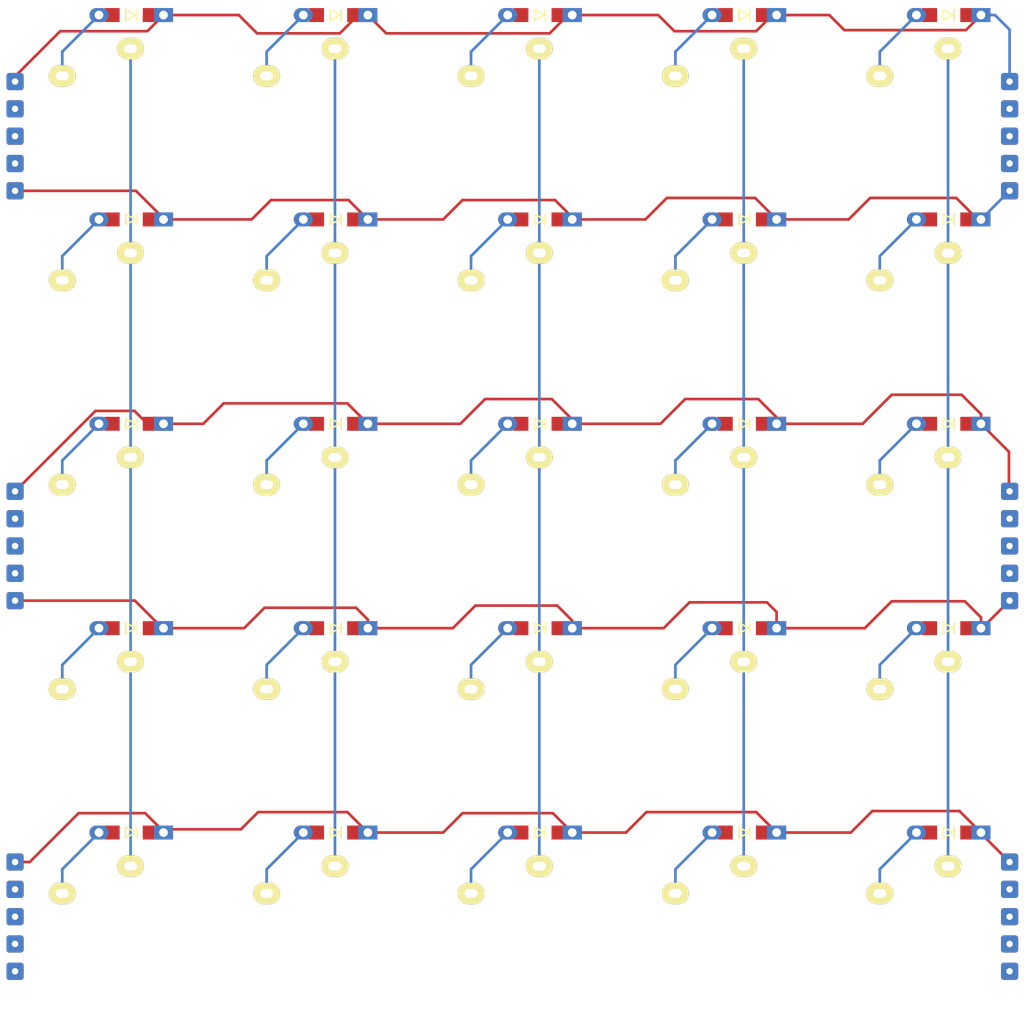
<source format=kicad_pcb>
(kicad_pcb (version 20211014) (generator pcbnew)
  (layers (0 "F.Cu" signal) (31 "B.Cu" signal) (34 "B.Paste" user) (35 "F.Paste" user) (36 "B.SilkS" user "B.Silkscreen") (37 "F.SilkS" user "F.Silkscreen") (38 "B.Mask" user) (39 "F.Mask" user) (44 "Edge.Cuts" user))
  (net 0 "")
  (net 1 "col1")
  (net 2 "col2")
  (net 3 "col3")
  (net 4 "col4")
  (net 5 "col5")
  (net 6 "row2")
  (net 7 "row3")
  (net 8 "row4")
  (net 9 "row5")
  (footprint "kbd:D3_TH_SMD_v2" (layer "F.Cu") (at 140.3 118.7 180)
    (fp_text reference "D57" hide)
    (fp_text value "D" hide)
  )
  (footprint "kbd:CherryMX_1u" (layer "F.Cu") (at 61.7 88.9)
    (fp_text reference "SW16" hide)
    (fp_text value "SW_PUSH" hide)
  )
  (footprint "Connector_Wire:SolderWire-0.1sqmm_1x01_D0.4mm_OD1mm" (layer "F.Cu") (at 53.5 86.98)
    (fp_text reference "REFr5" hide)
    (fp_text value "SolderWire-0.1sqmm_1x01_D0.4mm_OD1mm" hide)
  )
  (footprint "kbd:CherryMX_1u" (layer "F.Cu") (at 80.7 50.9)
    (fp_text reference "SW7" hide)
    (fp_text value "SW_PUSH" hide)
  )
  (footprint "kbd:D3_TH_SMD_v2" (layer "F.Cu") (at 102.3 99.7 180)
    (fp_text reference "D50" hide)
    (fp_text value "D" hide)
  )
  (footprint "kbd:D3_TH_SMD_v2" (layer "F.Cu") (at 140.3 99.7 180)
    (fp_text reference "D52" hide)
    (fp_text value "D" hide)
  )
  (footprint "kbd:CherryMX_1u" (layer "F.Cu") (at 118.7 88.9)
    (fp_text reference "SW19" hide)
    (fp_text value "SW_PUSH" hide)
  )
  (footprint "Connector_Wire:SolderWire-0.1sqmm_1x01_D0.4mm_OD1mm" (layer "F.Cu") (at 145.96 131.6)
    (fp_text reference "REFr14" hide)
    (fp_text value "SolderWire-0.1sqmm_1x01_D0.4mm_OD1mm" hide)
  )
  (footprint "Connector_Wire:SolderWire-0.1sqmm_1x01_D0.4mm_OD1mm" (layer "F.Cu") (at 53.5 53.96)
    (fp_text reference "REFr2" hide)
    (fp_text value "SolderWire-0.1sqmm_1x01_D0.4mm_OD1mm" hide)
  )
  (footprint "Connector_Wire:SolderWire-0.1sqmm_1x01_D0.4mm_OD1mm" (layer "F.Cu") (at 145.96 126.52)
    (fp_text reference "REFr12" hide)
    (fp_text value "SolderWire-0.1sqmm_1x01_D0.4mm_OD1mm" hide)
  )
  (footprint "Connector_Wire:SolderWire-0.1sqmm_1x01_D0.4mm_OD1mm" (layer "F.Cu") (at 53.5 121.44)
    (fp_text reference "REFr5" hide)
    (fp_text value "SolderWire-0.1sqmm_1x01_D0.4mm_OD1mm" hide)
  )
  (footprint "kbd:CherryMX_1u" (layer "F.Cu") (at 61.7 50.9)
    (fp_text reference "SW6" hide)
    (fp_text value "SW_PUSH" hide)
  )
  (footprint "kbd:D3_TH_SMD_v2" (layer "F.Cu") (at 140.3 80.7 180)
    (fp_text reference "D47" hide)
    (fp_text value "D" hide)
  )
  (footprint "Connector_Wire:SolderWire-0.1sqmm_1x01_D0.4mm_OD1mm" (layer "F.Cu") (at 145.96 86.98)
    (fp_text reference "REFr10" hide)
    (fp_text value "SolderWire-0.1sqmm_1x01_D0.4mm_OD1mm" hide)
  )
  (footprint "kbd:D3_TH_SMD_v2" (layer "F.Cu") (at 64.3 80.7 180)
    (fp_text reference "D43" hide)
    (fp_text value "D" hide)
  )
  (footprint "Connector_Wire:SolderWire-0.1sqmm_1x01_D0.4mm_OD1mm" (layer "F.Cu") (at 53.5 48.88)
    (fp_text reference "REFr" hide)
    (fp_text value "SolderWire-0.1sqmm_1x01_D0.4mm_OD1mm" hide)
  )
  (footprint "kbd:D3_TH_SMD_v2" (layer "F.Cu") (at 102.3 42.7 180)
    (fp_text reference "D35" hide)
    (fp_text value "D" hide)
  )
  (footprint "Connector_Wire:SolderWire-0.1sqmm_1x01_D0.4mm_OD1mm" (layer "F.Cu") (at 145.96 121.44)
    (fp_text reference "REFr10" hide)
    (fp_text value "SolderWire-0.1sqmm_1x01_D0.4mm_OD1mm" hide)
  )
  (footprint "kbd:CherryMX_1u" (layer "F.Cu") (at 99.7 50.9)
    (fp_text reference "SW8" hide)
    (fp_text value "SW_PUSH" hide)
  )
  (footprint "kbd:CherryMX_1u" (layer "F.Cu") (at 137.7 107.9)
    (fp_text reference "SW25" hide)
    (fp_text value "SW_PUSH" hide)
  )
  (footprint "kbd:D3_TH_SMD_v2" (layer "F.Cu") (at 64.3 99.7 180)
    (fp_text reference "D48" hide)
    (fp_text value "D" hide)
  )
  (footprint "kbd:D3_TH_SMD_v2" (layer "F.Cu") (at 64.3 42.7 180)
    (fp_text reference "D33" hide)
    (fp_text value "D" hide)
  )
  (footprint "kbd:D3_TH_SMD_v2" (layer "F.Cu") (at 64.3 118.7 180)
    (fp_text reference "D53" hide)
    (fp_text value "D" hide)
  )
  (footprint "kbd:CherryMX_1u" (layer "F.Cu") (at 118.7 50.9)
    (fp_text reference "SW9" hide)
    (fp_text value "SW_PUSH" hide)
  )
  (footprint "Connector_Wire:SolderWire-0.1sqmm_1x01_D0.4mm_OD1mm" (layer "F.Cu") (at 145.96 129.06)
    (fp_text reference "REFr13" hide)
    (fp_text value "SolderWire-0.1sqmm_1x01_D0.4mm_OD1mm" hide)
  )
  (footprint "Connector_Wire:SolderWire-0.1sqmm_1x01_D0.4mm_OD1mm" (layer "F.Cu") (at 53.5 56.5)
    (fp_text reference "REFr3" hide)
    (fp_text value "SolderWire-0.1sqmm_1x01_D0.4mm_OD1mm" hide)
  )
  (footprint "Connector_Wire:SolderWire-0.1sqmm_1x01_D0.4mm_OD1mm" (layer "F.Cu") (at 145.96 53.96)
    (fp_text reference "REFr7" hide)
    (fp_text value "SolderWire-0.1sqmm_1x01_D0.4mm_OD1mm" hide)
  )
  (footprint "Connector_Wire:SolderWire-0.1sqmm_1x01_D0.4mm_OD1mm" (layer "F.Cu") (at 145.96 123.98)
    (fp_text reference "REFr11" hide)
    (fp_text value "SolderWire-0.1sqmm_1x01_D0.4mm_OD1mm" hide)
  )
  (footprint "Connector_Wire:SolderWire-0.1sqmm_1x01_D0.4mm_OD1mm" (layer "F.Cu") (at 145.96 51.42)
    (fp_text reference "REFr6" hide)
    (fp_text value "SolderWire-0.1sqmm_1x01_D0.4mm_OD1mm" hide)
  )
  (footprint "kbd:CherryMX_1u" (layer "F.Cu") (at 99.7 88.9)
    (fp_text reference "SW18" hide)
    (fp_text value "SW_PUSH" hide)
  )
  (footprint "kbd:CherryMX_1u" (layer "F.Cu") (at 137.7 69.9)
    (fp_text reference "SW15" hide)
    (fp_text value "SW_PUSH" hide)
  )
  (footprint "kbd:CherryMX_1u" (layer "F.Cu") (at 80.7 69.9)
    (fp_text reference "SW12" hide)
    (fp_text value "SW_PUSH" hide)
  )
  (footprint "kbd:D3_TH_SMD_v2" (layer "F.Cu") (at 121.3 118.7 180)
    (fp_text reference "D56" hide)
    (fp_text value "D" hide)
  )
  (footprint "Connector_Wire:SolderWire-0.1sqmm_1x01_D0.4mm_OD1mm" (layer "F.Cu") (at 53.5 129.06)
    (fp_text reference "REFr8" hide)
    (fp_text value "SolderWire-0.1sqmm_1x01_D0.4mm_OD1mm" hide)
  )
  (footprint "kbd:CherryMX_1u" (layer "F.Cu") (at 137.7 126.9)
    (fp_text reference "SW30" hide)
    (fp_text value "SW_PUSH" hide)
  )
  (footprint "Connector_Wire:SolderWire-0.1sqmm_1x01_D0.4mm_OD1mm" (layer "F.Cu") (at 53.5 59.04)
    (fp_text reference "REFr4" hide)
    (fp_text value "SolderWire-0.1sqmm_1x01_D0.4mm_OD1mm" hide)
  )
  (footprint "kbd:D3_TH_SMD_v2" (layer "F.Cu") (at 64.3 61.7 180)
    (fp_text reference "D38" hide)
    (fp_text value "D" hide)
  )
  (footprint "Connector_Wire:SolderWire-0.1sqmm_1x01_D0.4mm_OD1mm" (layer "F.Cu") (at 145.96 89.52)
    (fp_text reference "REFr11" hide)
    (fp_text value "SolderWire-0.1sqmm_1x01_D0.4mm_OD1mm" hide)
  )
  (footprint "kbd:D3_TH_SMD_v2" (layer "F.Cu") (at 121.3 99.7 180)
    (fp_text reference "D51" hide)
    (fp_text value "D" hide)
  )
  (footprint "kbd:D3_TH_SMD_v2" (layer "F.Cu") (at 102.3 61.7 180)
    (fp_text reference "D40" hide)
    (fp_text value "D" hide)
  )
  (footprint "Connector_Wire:SolderWire-0.1sqmm_1x01_D0.4mm_OD1mm" (layer "F.Cu") (at 53.5 126.52)
    (fp_text reference "REFr7" hide)
    (fp_text value "SolderWire-0.1sqmm_1x01_D0.4mm_OD1mm" hide)
  )
  (footprint "kbd:CherryMX_1u" (layer "F.Cu") (at 61.7 107.9)
    (fp_text reference "SW21" hide)
    (fp_text value "SW_PUSH" hide)
  )
  (footprint "kbd:D3_TH_SMD_v2" (layer "F.Cu") (at 140.3 61.7 180)
    (fp_text reference "D42" hide)
    (fp_text value "D" hide)
  )
  (footprint "kbd:CherryMX_1u" (layer "F.Cu") (at 80.7 107.9)
    (fp_text reference "SW22" hide)
    (fp_text value "SW_PUSH" hide)
  )
  (footprint "kbd:CherryMX_1u" (layer "F.Cu") (at 99.7 69.9)
    (fp_text reference "SW13" hide)
    (fp_text value "SW_PUSH" hide)
  )
  (footprint "Connector_Wire:SolderWire-0.1sqmm_1x01_D0.4mm_OD1mm" (layer "F.Cu") (at 145.96 48.88)
    (fp_text reference "REFr5" hide)
    (fp_text value "SolderWire-0.1sqmm_1x01_D0.4mm_OD1mm" hide)
  )
  (footprint "kbd:D3_TH_SMD_v2" (layer "F.Cu") (at 121.3 80.7 180)
    (fp_text reference "D46" hide)
    (fp_text value "D" hide)
  )
  (footprint "kbd:D3_TH_SMD_v2" (layer "F.Cu") (at 83.3 80.7 180)
    (fp_text reference "D44" hide)
    (fp_text value "D" hide)
  )
  (footprint "kbd:CherryMX_1u" (layer "F.Cu") (at 137.7 88.9)
    (fp_text reference "SW20" hide)
    (fp_text value "SW_PUSH" hide)
  )
  (footprint "Connector_Wire:SolderWire-0.1sqmm_1x01_D0.4mm_OD1mm" (layer "F.Cu") (at 53.5 123.98)
    (fp_text reference "REFr6" hide)
    (fp_text value "SolderWire-0.1sqmm_1x01_D0.4mm_OD1mm" hide)
  )
  (footprint "kbd:D3_TH_SMD_v2" (layer "F.Cu") (at 121.3 61.7 180)
    (fp_text reference "D41" hide)
    (fp_text value "D" hide)
  )
  (footprint "Connector_Wire:SolderWire-0.1sqmm_1x01_D0.4mm_OD1mm" (layer "F.Cu") (at 145.96 56.5)
    (fp_text reference "REFr8" hide)
    (fp_text value "SolderWire-0.1sqmm_1x01_D0.4mm_OD1mm" hide)
  )
  (footprint "kbd:CherryMX_1u" (layer "F.Cu") (at 99.7 107.9)
    (fp_text reference "SW23" hide)
    (fp_text value "SW_PUSH" hide)
  )
  (footprint "kbd:CherryMX_1u" (layer "F.Cu") (at 61.7 126.9)
    (fp_text reference "SW26" hide)
    (fp_text value "SW_PUSH" hide)
  )
  (footprint "kbd:CherryMX_1u" (layer "F.Cu") (at 80.7 126.9)
    (fp_text reference "SW27" hide)
    (fp_text value "SW_PUSH" hide)
  )
  (footprint "Connector_Wire:SolderWire-0.1sqmm_1x01_D0.4mm_OD1mm" (layer "F.Cu") (at 145.96 59.04)
    (fp_text reference "REFr9" hide)
    (fp_text value "SolderWire-0.1sqmm_1x01_D0.4mm_OD1mm" hide)
  )
  (footprint "kbd:CherryMX_1u" (layer "F.Cu") (at 118.7 69.9)
    (fp_text reference "SW14" hide)
    (fp_text value "SW_PUSH" hide)
  )
  (footprint "Connector_Wire:SolderWire-0.1sqmm_1x01_D0.4mm_OD1mm" (layer "F.Cu") (at 53.5 51.42)
    (fp_text reference "REFr1" hide)
    (fp_text value "SolderWire-0.1sqmm_1x01_D0.4mm_OD1mm" hide)
  )
  (footprint "kbd:D3_TH_SMD_v2" (layer "F.Cu") (at 102.3 80.7 180)
    (fp_text reference "D45" hide)
    (fp_text value "D" hide)
  )
  (footprint "kbd:D3_TH_SMD_v2" (layer "F.Cu") (at 83.3 61.7 180)
    (fp_text reference "D39" hide)
    (fp_text value "D" hide)
  )
  (footprint "Connector_Wire:SolderWire-0.1sqmm_1x01_D0.4mm_OD1mm" (layer "F.Cu") (at 145.96 94.6)
    (fp_text reference "REFr13" hide)
    (fp_text value "SolderWire-0.1sqmm_1x01_D0.4mm_OD1mm" hide)
  )
  (footprint "kbd:CherryMX_1u" (layer "F.Cu") (at 61.7 69.9)
    (fp_text reference "SW11" hide)
    (fp_text value "SW_PUSH" hide)
  )
  (footprint "kbd:D3_TH_SMD_v2" (layer "F.Cu") (at 121.3 42.7 180)
    (fp_text reference "D36" hide)
    (fp_text value "D" hide)
  )
  (footprint "kbd:CherryMX_1u" (layer "F.Cu") (at 80.7 88.9)
    (fp_text reference "SW17" hide)
    (fp_text value "SW_PUSH" hide)
  )
  (footprint "kbd:CherryMX_1u" (layer "F.Cu") (at 137.7 50.9)
    (fp_text reference "SW10" hide)
    (fp_text value "SW_PUSH" hide)
  )
  (footprint "kbd:CherryMX_1u" (layer "F.Cu") (at 118.7 107.9)
    (fp_text reference "SW24" hide)
    (fp_text value "SW_PUSH" hide)
  )
  (footprint "Connector_Wire:SolderWire-0.1sqmm_1x01_D0.4mm_OD1mm" (layer "F.Cu") (at 145.96 97.14)
    (fp_text reference "REFr14" hide)
    (fp_text value "SolderWire-0.1sqmm_1x01_D0.4mm_OD1mm" hide)
  )
  (footprint "Connector_Wire:SolderWire-0.1sqmm_1x01_D0.4mm_OD1mm" (layer "F.Cu") (at 53.5 131.6)
    (fp_text reference "REFr9" hide)
    (fp_text value "SolderWire-0.1sqmm_1x01_D0.4mm_OD1mm" hide)
  )
  (footprint "kbd:D3_TH_SMD_v2" (layer "F.Cu") (at 83.3 118.7 180)
    (fp_text reference "D54" hide)
    (fp_text value "D" hide)
  )
  (footprint "Connector_Wire:SolderWire-0.1sqmm_1x01_D0.4mm_OD1mm" (layer "F.Cu") (at 53.5 94.6)
    (fp_text reference "REFr8" hide)
    (fp_text value "SolderWire-0.1sqmm_1x01_D0.4mm_OD1mm" hide)
  )
  (footprint "kbd:CherryMX_1u" (layer "F.Cu") (at 118.7 126.9)
    (fp_text reference "SW29" hide)
    (fp_text value "SW_PUSH" hide)
  )
  (footprint "Connector_Wire:SolderWire-0.1sqmm_1x01_D0.4mm_OD1mm" (layer "F.Cu") (at 145.96 92.06)
    (fp_text reference "REFr12" hide)
    (fp_text value "SolderWire-0.1sqmm_1x01_D0.4mm_OD1mm" hide)
  )
  (footprint "Connector_Wire:SolderWire-0.1sqmm_1x01_D0.4mm_OD1mm" (layer "F.Cu") (at 53.5 97.14)
    (fp_text reference "REFr9" hide)
    (fp_text value "SolderWire-0.1sqmm_1x01_D0.4mm_OD1mm" hide)
  )
  (footprint "kbd:D3_TH_SMD_v2" (layer "F.Cu") (at 102.3 118.7 180)
    (fp_text reference "D55" hide)
    (fp_text value "D" hide)
  )
  (footprint "kbd:D3_TH_SMD_v2" (layer "F.Cu") (at 140.3 42.7 180)
    (fp_text reference "D37" hide)
    (fp_text value "D" hide)
  )
  (footprint "Connector_Wire:SolderWire-0.1sqmm_1x01_D0.4mm_OD1mm" (layer "F.Cu") (at 53.5 89.52)
    (fp_text reference "REFr6" hide)
    (fp_text value "SolderWire-0.1sqmm_1x01_D0.4mm_OD1mm" hide)
  )
  (footprint "kbd:CherryMX_1u" (layer "F.Cu") (at 99.7 126.9)
    (fp_text reference "SW28" hide)
    (fp_text value "SW_PUSH" hide)
  )
  (footprint "kbd:D3_TH_SMD_v2" (layer "F.Cu") (at 83.3 42.7 180)
    (fp_text reference "D34" hide)
    (fp_text value "D" hide)
  )
  (footprint "Connector_Wire:SolderWire-0.1sqmm_1x01_D0.4mm_OD1mm" (layer "F.Cu") (at 53.5 92.06)
    (fp_text reference "REFr7" hide)
    (fp_text value "SolderWire-0.1sqmm_1x01_D0.4mm_OD1mm" hide)
  )
  (footprint "kbd:D3_TH_SMD_v2" (layer "F.Cu") (at 83.3 99.7 180)
    (fp_text reference "D49" hide)
    (fp_text value "D" hide)
  )
  (segment (start 130.6 44.1) (end 141.9 44.1) (width 0.25) (layer "F.Cu") (net 0))
  (segment (start 53.5 48.4) (end 57.7 44.2) (width 0.25) (layer "F.Cu") (net 0))
  (segment (start 85.4 42.7) (end 86.3 42.7) (width 0.25) (layer "F.Cu") (net 0))
  (segment (start 123.9 42.7) (end 129.2 42.7) (width 0.25) (layer "F.Cu") (net 0))
  (segment (start 122.4 44.2) (end 123.9 42.7) (width 0.25) (layer "F.Cu") (net 0))
  (segment (start 129.2 42.7) (end 130.6 44.1) (width 0.25) (layer "F.Cu") (net 0))
  (segment (start 76 44.4) (end 83.7 44.4) (width 0.25) (layer "F.Cu") (net 0))
  (segment (start 86.3 42.7) (end 88 44.4) (width 0.25) (layer "F.Cu") (net 0))
  (segment (start 83.7 44.4) (end 85.4 42.7) (width 0.25) (layer "F.Cu") (net 0))
  (segment (start 65.8 44.2) (end 67.3 42.7) (width 0.25) (layer "F.Cu") (net 0))
  (segment (start 74.3 42.7) (end 76 44.4) (width 0.25) (layer "F.Cu") (net 0))
  (segment (start 53.5 48.88) (end 53.5 48.4) (width 0.25) (layer "F.Cu") (net 0))
  (segment (start 103.2 44.4) (end 104.9 42.7) (width 0.25) (layer "F.Cu") (net 0))
  (segment (start 88 44.4) (end 103.2 44.4) (width 0.25) (layer "F.Cu") (net 0))
  (segment (start 141.9 44.1) (end 143.3 42.7) (width 0.25) (layer "F.Cu") (net 0))
  (segment (start 67.3 42.7) (end 74.3 42.7) (width 0.25) (layer "F.Cu") (net 0))
  (segment (start 104.9 42.7) (end 113.3 42.7) (width 0.25) (layer "F.Cu") (net 0))
  (segment (start 57.7 44.2) (end 65.8 44.2) (width 0.25) (layer "F.Cu") (net 0))
  (segment (start 113.3 42.7) (end 114.8 44.2) (width 0.25) (layer "F.Cu") (net 0))
  (segment (start 114.8 44.2) (end 122.4 44.2) (width 0.25) (layer "F.Cu") (net 0))
  (segment (start 95.89 65.11) (end 99.3 61.7) (width 0.25) (layer "B.Cu") (net 0))
  (segment (start 145.96 44.06) (end 145.96 48.88) (width 0.25) (layer "B.Cu") (net 0))
  (segment (start 76.89 124.36) (end 76.89 122.11) (width 0.25) (layer "B.Cu") (net 0))
  (segment (start 114.89 86.36) (end 114.89 84.11) (width 0.25) (layer "B.Cu") (net 0))
  (segment (start 76.89 103.11) (end 80.3 99.7) (width 0.25) (layer "B.Cu") (net 0))
  (segment (start 114.89 48.36) (end 114.89 46.11) (width 0.25) (layer "B.Cu") (net 0))
  (segment (start 76.89 84.11) (end 80.3 80.7) (width 0.25) (layer "B.Cu") (net 0))
  (segment (start 57.89 46.11) (end 61.3 42.7) (width 0.25) (layer "B.Cu") (net 0))
  (segment (start 133.89 105.36) (end 133.89 103.11) (width 0.25) (layer "B.Cu") (net 0))
  (segment (start 76.89 105.36) (end 76.89 103.11) (width 0.25) (layer "B.Cu") (net 0))
  (segment (start 95.89 48.36) (end 95.89 46.11) (width 0.25) (layer "B.Cu") (net 0))
  (segment (start 95.89 86.36) (end 95.89 84.11) (width 0.25) (layer "B.Cu") (net 0))
  (segment (start 114.89 122.11) (end 118.3 118.7) (width 0.25) (layer "B.Cu") (net 0))
  (segment (start 76.89 122.11) (end 80.3 118.7) (width 0.25) (layer "B.Cu") (net 0))
  (segment (start 95.89 105.36) (end 95.89 103.11) (width 0.25) (layer "B.Cu") (net 0))
  (segment (start 57.89 65.11) (end 61.3 61.7) (width 0.25) (layer "B.Cu") (net 0))
  (segment (start 144.6 42.7) (end 145.96 44.06) (width 0.25) (layer "B.Cu") (net 0))
  (segment (start 57.89 86.36) (end 57.89 84.11) (width 0.25) (layer "B.Cu") (net 0))
  (segment (start 114.89 65.11) (end 118.3 61.7) (width 0.25) (layer "B.Cu") (net 0))
  (segment (start 76.89 65.11) (end 80.3 61.7) (width 0.25) (layer "B.Cu") (net 0))
  (segment (start 133.89 84.11) (end 137.3 80.7) (width 0.25) (layer "B.Cu") (net 0))
  (segment (start 76.89 86.36) (end 76.89 84.11) (width 0.25) (layer "B.Cu") (net 0))
  (segment (start 133.89 103.11) (end 137.3 99.7) (width 0.25) (layer "B.Cu") (net 0))
  (segment (start 133.89 67.36) (end 133.89 65.11) (width 0.25) (layer "B.Cu") (net 0))
  (segment (start 57.89 122.11) (end 61.3 118.7) (width 0.25) (layer "B.Cu") (net 0))
  (segment (start 95.89 67.36) (end 95.89 65.11) (width 0.25) (layer "B.Cu") (net 0))
  (segment (start 133.89 48.36) (end 133.89 46.11) (width 0.25) (layer "B.Cu") (net 0))
  (segment (start 114.89 67.36) (end 114.89 65.11) (width 0.25) (layer "B.Cu") (net 0))
  (segment (start 95.89 103.11) (end 99.3 99.7) (width 0.25) (layer "B.Cu") (net 0))
  (segment (start 114.89 124.36) (end 114.89 122.11) (width 0.25) (layer "B.Cu") (net 0))
  (segment (start 133.89 65.11) (end 137.3 61.7) (width 0.25) (layer "B.Cu") (net 0))
  (segment (start 57.89 103.11) (end 61.3 99.7) (width 0.25) (layer "B.Cu") (net 0))
  (segment (start 95.89 124.36) (end 95.89 122.11) (width 0.25) (layer "B.Cu") (net 0))
  (segment (start 133.89 124.36) (end 133.89 122.11) (width 0.25) (layer "B.Cu") (net 0))
  (segment (start 76.89 67.36) (end 76.89 65.11) (width 0.25) (layer "B.Cu") (net 0))
  (segment (start 57.89 67.36) (end 57.89 65.11) (width 0.25) (layer "B.Cu") (net 0))
  (segment (start 95.89 84.11) (end 99.3 80.7) (width 0.25) (layer "B.Cu") (net 0))
  (segment (start 114.89 84.11) (end 118.3 80.7) (width 0.25) (layer "B.Cu") (net 0))
  (segment (start 76.89 48.36) (end 76.89 46.11) (width 0.25) (layer "B.Cu") (net 0))
  (segment (start 114.89 105.36) (end 114.89 103.11) (width 0.25) (layer "B.Cu") (net 0))
  (segment (start 133.89 46.11) (end 137.3 42.7) (width 0.25) (layer "B.Cu") (net 0))
  (segment (start 95.89 46.11) (end 99.3 42.7) (width 0.25) (layer "B.Cu") (net 0))
  (segment (start 57.89 105.36) (end 57.89 103.11) (width 0.25) (layer "B.Cu") (net 0))
  (segment (start 76.89 46.11) (end 80.3 42.7) (width 0.25) (layer "B.Cu") (net 0))
  (segment (start 57.89 84.11) (end 61.3 80.7) (width 0.25) (layer "B.Cu") (net 0))
  (segment (start 95.89 122.11) (end 99.3 118.7) (width 0.25) (layer "B.Cu") (net 0))
  (segment (start 57.89 48.36) (end 57.89 46.11) (width 0.25) (layer "B.Cu") (net 0))
  (segment (start 143.3 42.7) (end 144.6 42.7) (width 0.25) (layer "B.Cu") (net 0))
  (segment (start 57.89 124.36) (end 57.89 122.11) (width 0.25) (layer "B.Cu") (net 0))
  (segment (start 133.89 86.36) (end 133.89 84.11) (width 0.25) (layer "B.Cu") (net 0))
  (segment (start 114.89 46.11) (end 118.3 42.7) (width 0.25) (layer "B.Cu") (net 0))
  (segment (start 133.89 122.11) (end 137.3 118.7) (width 0.25) (layer "B.Cu") (net 0))
  (segment (start 114.89 103.11) (end 118.3 99.7) (width 0.25) (layer "B.Cu") (net 0))
  (segment (start 64.24 64.82) (end 64.24 83.82) (width 0.25) (layer "B.Cu") (net 1))
  (segment (start 64.24 83.82) (end 64.24 102.82) (width 0.25) (layer "B.Cu") (net 1))
  (segment (start 64.24 45.82) (end 64.24 64.82) (width 0.25) (layer "B.Cu") (net 1))
  (segment (start 64.24 102.82) (end 64.24 121.82) (width 0.25) (layer "B.Cu") (net 1))
  (segment (start 83.24 102.82) (end 83.24 121.82) (width 0.25) (layer "B.Cu") (net 2))
  (segment (start 83.24 64.82) (end 83.24 83.82) (width 0.25) (layer "B.Cu") (net 2))
  (segment (start 83.24 83.82) (end 83.24 102.82) (width 0.25) (layer "B.Cu") (net 2))
  (segment (start 83.24 45.82) (end 83.24 64.82) (width 0.25) (layer "B.Cu") (net 2))
  (segment (start 102.24 45.82) (end 102.24 64.82) (width 0.25) (layer "B.Cu") (net 3))
  (segment (start 102.24 83.82) (end 102.24 102.82) (width 0.25) (layer "B.Cu") (net 3))
  (segment (start 102.24 102.82) (end 102.24 121.82) (width 0.25) (layer "B.Cu") (net 3))
  (segment (start 102.24 64.82) (end 102.24 83.82) (width 0.25) (layer "B.Cu") (net 3))
  (segment (start 121.24 45.82) (end 121.24 64.82) (width 0.25) (layer "B.Cu") (net 4))
  (segment (start 121.24 83.82) (end 121.24 102.82) (width 0.25) (layer "B.Cu") (net 4))
  (segment (start 121.24 102.82) (end 121.24 121.82) (width 0.25) (layer "B.Cu") (net 4))
  (segment (start 121.24 64.82) (end 121.24 83.82) (width 0.25) (layer "B.Cu") (net 4))
  (segment (start 140.24 45.82) (end 140.24 64.82) (width 0.25) (layer "B.Cu") (net 5))
  (segment (start 140.24 64.82) (end 140.24 83.82) (width 0.25) (layer "B.Cu") (net 5))
  (segment (start 140.24 83.82) (end 140.24 102.82) (width 0.25) (layer "B.Cu") (net 5))
  (segment (start 140.24 102.82) (end 140.24 121.82) (width 0.25) (layer "B.Cu") (net 5))
  (segment (start 124.3 61.7) (end 131 61.7) (width 0.25) (layer "F.Cu") (net 6))
  (segment (start 112.1 61.7) (end 114.1 59.7) (width 0.25) (layer "F.Cu") (net 6))
  (segment (start 143 61.7) (end 143.3 61.7) (width 0.25) (layer "F.Cu") (net 6))
  (segment (start 93.3 61.7) (end 95.1 59.9) (width 0.25) (layer "F.Cu") (net 6))
  (segment (start 77.3 59.9) (end 84.5 59.9) (width 0.25) (layer "F.Cu") (net 6))
  (segment (start 114.1 59.7) (end 122.3 59.7) (width 0.25) (layer "F.Cu") (net 6))
  (segment (start 84.5 59.9) (end 86.3 61.7) (width 0.25) (layer "F.Cu") (net 6))
  (segment (start 105.3 61.5) (end 105.3 61.7) (width 0.25) (layer "F.Cu") (net 6))
  (segment (start 53.5 59.04) (end 64.74 59.04) (width 0.25) (layer "F.Cu") (net 6))
  (segment (start 75.5 61.7) (end 77.3 59.9) (width 0.25) (layer "F.Cu") (net 6))
  (segment (start 122.3 59.7) (end 124.3 61.7) (width 0.25) (layer "F.Cu") (net 6))
  (segment (start 64.74 59.04) (end 67.3 61.6) (width 0.25) (layer "F.Cu") (net 6))
  (segment (start 67.3 61.7) (end 75.5 61.7) (width 0.25) (layer "F.Cu") (net 6))
  (segment (start 141 59.7) (end 143 61.7) (width 0.25) (layer "F.Cu") (net 6))
  (segment (start 131 61.7) (end 133 59.7) (width 0.25) (layer "F.Cu") (net 6))
  (segment (start 103.7 59.9) (end 105.3 61.5) (width 0.25) (layer "F.Cu") (net 6))
  (segment (start 86.3 61.7) (end 93.3 61.7) (width 0.25) (layer "F.Cu") (net 6))
  (segment (start 67.3 61.6) (end 67.3 61.7) (width 0.25) (layer "F.Cu") (net 6))
  (segment (start 105.3 61.7) (end 112.1 61.7) (width 0.25) (layer "F.Cu") (net 6))
  (segment (start 133 59.7) (end 141 59.7) (width 0.25) (layer "F.Cu") (net 6))
  (segment (start 95.1 59.9) (end 103.7 59.9) (width 0.25) (layer "F.Cu") (net 6))
  (segment (start 143.3 61.7) (end 145.96 59.04) (width 0.25) (layer "B.Cu") (net 6))
  (segment (start 143.3 80.7) (end 145.9 83.3) (width 0.25) (layer "F.Cu") (net 7))
  (segment (start 67.3 80.7) (end 71 80.7) (width 0.25) (layer "F.Cu") (net 7))
  (segment (start 103.4 78.4) (end 105.3 80.3) (width 0.25) (layer "F.Cu") (net 7))
  (segment (start 122.6 78.4) (end 124.3 80.1) (width 0.25) (layer "F.Cu") (net 7))
  (segment (start 86.3 80.7) (end 94.9 80.7) (width 0.25) (layer "F.Cu") (net 7))
  (segment (start 60.98 79.5) (end 64.6 79.5) (width 0.25) (layer "F.Cu") (net 7))
  (segment (start 71 80.7) (end 72.9 78.8) (width 0.25) (layer "F.Cu") (net 7))
  (segment (start 143.3 79.8) (end 143.3 80.7) (width 0.25) (layer "F.Cu") (net 7))
  (segment (start 105.3 80.3) (end 105.3 80.7) (width 0.25) (layer "F.Cu") (net 7))
  (segment (start 84.4 78.8) (end 86.3 80.7) (width 0.25) (layer "F.Cu") (net 7))
  (segment (start 53.5 86.98) (end 60.98 79.5) (width 0.25) (layer "F.Cu") (net 7))
  (segment (start 64.6 79.5) (end 65.8 80.7) (width 0.25) (layer "F.Cu") (net 7))
  (segment (start 124.3 80.7) (end 132.3 80.7) (width 0.25) (layer "F.Cu") (net 7))
  (segment (start 97.2 78.4) (end 103.4 78.4) (width 0.25) (layer "F.Cu") (net 7))
  (segment (start 132.3 80.7) (end 135 78) (width 0.25) (layer "F.Cu") (net 7))
  (segment (start 145.9 86.92) (end 145.96 86.98) (width 0.25) (layer "F.Cu") (net 7))
  (segment (start 65.8 80.7) (end 67.3 80.7) (width 0.25) (layer "F.Cu") (net 7))
  (segment (start 115.8 78.4) (end 122.6 78.4) (width 0.25) (layer "F.Cu") (net 7))
  (segment (start 135 78) (end 141.5 78) (width 0.25) (layer "F.Cu") (net 7))
  (segment (start 94.9 80.7) (end 97.2 78.4) (width 0.25) (layer "F.Cu") (net 7))
  (segment (start 141.5 78) (end 143.3 79.8) (width 0.25) (layer "F.Cu") (net 7))
  (segment (start 145.9 83.3) (end 145.9 86.92) (width 0.25) (layer "F.Cu") (net 7))
  (segment (start 124.3 80.1) (end 124.3 80.7) (width 0.25) (layer "F.Cu") (net 7))
  (segment (start 72.9 78.8) (end 84.4 78.8) (width 0.25) (layer "F.Cu") (net 7))
  (segment (start 113.5 80.7) (end 115.8 78.4) (width 0.25) (layer "F.Cu") (net 7))
  (segment (start 105.3 80.7) (end 113.5 80.7) (width 0.25) (layer "F.Cu") (net 7))
  (segment (start 141.8 97.2) (end 143.3 98.7) (width 0.25) (layer "F.Cu") (net 8))
  (segment (start 116.2 97.3) (end 123.4 97.3) (width 0.25) (layer "F.Cu") (net 8))
  (segment (start 85.2 97.8) (end 86.3 98.9) (width 0.25) (layer "F.Cu") (net 8))
  (segment (start 76.7 97.8) (end 85.2 97.8) (width 0.25) (layer "F.Cu") (net 8))
  (segment (start 132.5 99.7) (end 135 97.2) (width 0.25) (layer "F.Cu") (net 8))
  (segment (start 143.3 98.7) (end 143.3 99.7) (width 0.25) (layer "F.Cu") (net 8))
  (segment (start 123.4 97.3) (end 124.3 98.2) (width 0.25) (layer "F.Cu") (net 8))
  (segment (start 135 97.2) (end 141.8 97.2) (width 0.25) (layer "F.Cu") (net 8))
  (segment (start 86.3 99.7) (end 94.2 99.7) (width 0.25) (layer "F.Cu") (net 8))
  (segment (start 74.8 99.7) (end 76.7 97.8) (width 0.25) (layer "F.Cu") (net 8))
  (segment (start 67.3 99.7) (end 74.8 99.7) (width 0.25) (layer "F.Cu") (net 8))
  (segment (start 86.3 98.9) (end 86.3 99.7) (width 0.25) (layer "F.Cu") (net 8))
  (segment (start 94.2 99.7) (end 96.3 97.6) (width 0.25) (layer "F.Cu") (net 8))
  (segment (start 67.2 99.7) (end 67.3 99.7) (width 0.25) (layer "F.Cu") (net 8))
  (segment (start 143.4 99.7) (end 145.96 97.14) (width 0.25) (layer "F.Cu") (net 8))
  (segment (start 105.3 99.7) (end 113.8 99.7) (width 0.25) (layer "F.Cu") (net 8))
  (segment (start 96.3 97.6) (end 103.9 97.6) (width 0.25) (layer "F.Cu") (net 8))
  (segment (start 64.64 97.14) (end 67.2 99.7) (width 0.25) (layer "F.Cu") (net 8))
  (segment (start 103.9 97.6) (end 105.3 99) (width 0.25) (layer "F.Cu") (net 8))
  (segment (start 53.5 97.14) (end 64.64 97.14) (width 0.25) (layer "F.Cu") (net 8))
  (segment (start 143.3 99.7) (end 143.4 99.7) (width 0.25) (layer "F.Cu") (net 8))
  (segment (start 113.8 99.7) (end 116.2 97.3) (width 0.25) (layer "F.Cu") (net 8))
  (segment (start 124.3 98.2) (end 124.3 99.7) (width 0.25) (layer "F.Cu") (net 8))
  (segment (start 105.3 99) (end 105.3 99.7) (width 0.25) (layer "F.Cu") (net 8))
  (segment (start 124.3 99.7) (end 132.5 99.7) (width 0.25) (layer "F.Cu") (net 8))
  (segment (start 67.3 118.6) (end 67.3 118.7) (width 0.25) (layer "F.Cu") (net 9))
  (segment (start 131.2 118.7) (end 133.2 116.7) (width 0.25) (layer "F.Cu") (net 9))
  (segment (start 105.3 118.7) (end 110.3 118.7) (width 0.25) (layer "F.Cu") (net 9))
  (segment (start 67.6 118.4) (end 74.5 118.4) (width 0.25) (layer "F.Cu") (net 9))
  (segment (start 122.4 116.8) (end 124.3 118.7) (width 0.25) (layer "F.Cu") (net 9))
  (segment (start 133.2 116.7) (end 141.3 116.7) (width 0.25) (layer "F.Cu") (net 9))
  (segment (start 84.4 116.8) (end 86.3 118.7) (width 0.25) (layer "F.Cu") (net 9))
  (segment (start 110.3 118.7) (end 112.2 116.8) (width 0.25) (layer "F.Cu") (net 9))
  (segment (start 76.1 116.8) (end 84.4 116.8) (width 0.25) (layer "F.Cu") (net 9))
  (segment (start 95.1 116.9) (end 103.5 116.9) (width 0.25) (layer "F.Cu") (net 9))
  (segment (start 65.6 116.9) (end 67.3 118.6) (width 0.25) (layer "F.Cu") (net 9))
  (segment (start 112.2 116.8) (end 122.4 116.8) (width 0.25) (layer "F.Cu") (net 9))
  (segment (start 124.3 118.7) (end 131.2 118.7) (width 0.25) (layer "F.Cu") (net 9))
  (segment (start 143.3 118.7) (end 143.3 118.78) (width 0.25) (layer "F.Cu") (net 9))
  (segment (start 86.3 118.7) (end 93.3 118.7) (width 0.25) (layer "F.Cu") (net 9))
  (segment (start 143.3 118.78) (end 145.96 121.44) (width 0.25) (layer "F.Cu") (net 9))
  (segment (start 103.5 116.9) (end 105.3 118.7) (width 0.25) (layer "F.Cu") (net 9))
  (segment (start 53.5 121.44) (end 54.86 121.44) (width 0.25) (layer "F.Cu") (net 9))
  (segment (start 59.4 116.9) (end 65.6 116.9) (width 0.25) (layer "F.Cu") (net 9))
  (segment (start 54.86 121.44) (end 59.4 116.9) (width 0.25) (layer "F.Cu") (net 9))
  (segment (start 74.5 118.4) (end 76.1 116.8) (width 0.25) (layer "F.Cu") (net 9))
  (segment (start 141.3 116.7) (end 143.3 118.7) (width 0.25) (layer "F.Cu") (net 9))
  (segment (start 93.3 118.7) (end 95.1 116.9) (width 0.25) (layer "F.Cu") (net 9))
)
</source>
